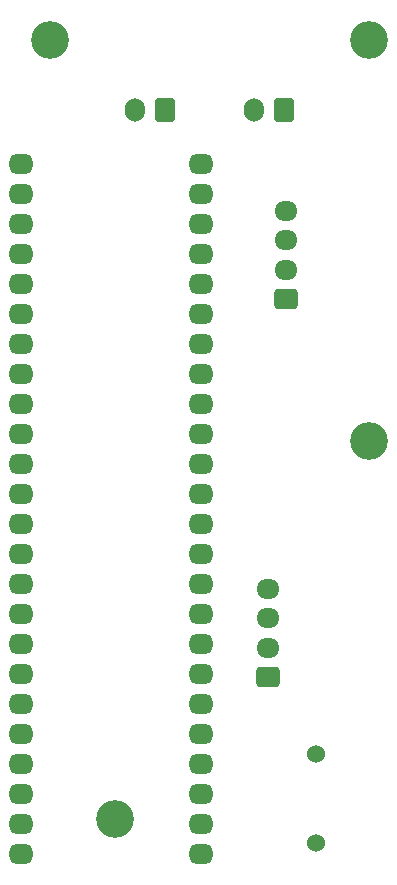
<source format=gbr>
%TF.GenerationSoftware,KiCad,Pcbnew,9.0.5*%
%TF.CreationDate,2025-11-17T23:00:25-05:00*%
%TF.ProjectId,RyanLing_Flight_Computer,5279616e-4c69-46e6-975f-466c69676874,rev?*%
%TF.SameCoordinates,Original*%
%TF.FileFunction,Soldermask,Bot*%
%TF.FilePolarity,Negative*%
%FSLAX46Y46*%
G04 Gerber Fmt 4.6, Leading zero omitted, Abs format (unit mm)*
G04 Created by KiCad (PCBNEW 9.0.5) date 2025-11-17 23:00:25*
%MOMM*%
%LPD*%
G01*
G04 APERTURE LIST*
G04 Aperture macros list*
%AMRoundRect*
0 Rectangle with rounded corners*
0 $1 Rounding radius*
0 $2 $3 $4 $5 $6 $7 $8 $9 X,Y pos of 4 corners*
0 Add a 4 corners polygon primitive as box body*
4,1,4,$2,$3,$4,$5,$6,$7,$8,$9,$2,$3,0*
0 Add four circle primitives for the rounded corners*
1,1,$1+$1,$2,$3*
1,1,$1+$1,$4,$5*
1,1,$1+$1,$6,$7*
1,1,$1+$1,$8,$9*
0 Add four rect primitives between the rounded corners*
20,1,$1+$1,$2,$3,$4,$5,0*
20,1,$1+$1,$4,$5,$6,$7,0*
20,1,$1+$1,$6,$7,$8,$9,0*
20,1,$1+$1,$8,$9,$2,$3,0*%
G04 Aperture macros list end*
%ADD10C,1.524000*%
%ADD11RoundRect,0.250000X0.600000X0.750000X-0.600000X0.750000X-0.600000X-0.750000X0.600000X-0.750000X0*%
%ADD12O,1.700000X2.000000*%
%ADD13C,3.200000*%
%ADD14RoundRect,0.656250X-0.343750X-0.218750X0.343750X-0.218750X0.343750X0.218750X-0.343750X0.218750X0*%
%ADD15RoundRect,0.250000X0.725000X-0.600000X0.725000X0.600000X-0.725000X0.600000X-0.725000X-0.600000X0*%
%ADD16O,1.950000X1.700000*%
G04 APERTURE END LIST*
D10*
%TO.C,BZ1*%
X151500000Y-99000000D03*
X151500000Y-91500000D03*
%TD*%
D11*
%TO.C,J2*%
X148805000Y-37000000D03*
D12*
X146305000Y-37000000D03*
%TD*%
D13*
%TO.C,H4*%
X134500000Y-97000000D03*
%TD*%
D14*
%TO.C,Teensy4.1*%
X126585000Y-44040000D03*
X126585000Y-46580000D03*
X126585000Y-49120000D03*
X126585000Y-51660000D03*
X126585000Y-77060000D03*
X141825000Y-46580000D03*
X126585000Y-54200000D03*
X126585000Y-56740000D03*
X141825000Y-41500000D03*
X126585000Y-59280000D03*
X126585000Y-61820000D03*
X126585000Y-64360000D03*
X126585000Y-66900000D03*
X126585000Y-69440000D03*
X126585000Y-71980000D03*
X126585000Y-74520000D03*
X141825000Y-74520000D03*
X141825000Y-71980000D03*
X141825000Y-69440000D03*
X141825000Y-66900000D03*
X141825000Y-64360000D03*
X141825000Y-61820000D03*
X141825000Y-59280000D03*
X141825000Y-56740000D03*
X141825000Y-54200000D03*
X141825000Y-51660000D03*
X141825000Y-49120000D03*
X126585000Y-79600000D03*
X126585000Y-82140000D03*
X126585000Y-84680000D03*
X126585000Y-87220000D03*
X126585000Y-89760000D03*
X126585000Y-92300000D03*
X126585000Y-94840000D03*
X126585000Y-97380000D03*
X126585000Y-99920000D03*
X141825000Y-99920000D03*
X141825000Y-97380000D03*
X141825000Y-94840000D03*
X141825000Y-92300000D03*
X141825000Y-89760000D03*
X141825000Y-87220000D03*
X141825000Y-84680000D03*
X141825000Y-82140000D03*
X141825000Y-79600000D03*
X126585000Y-41500000D03*
X141825000Y-44040000D03*
X141825000Y-77060000D03*
%TD*%
D13*
%TO.C,H1*%
X156000000Y-31000000D03*
%TD*%
D11*
%TO.C,J1*%
X138750000Y-36945000D03*
D12*
X136250000Y-36945000D03*
%TD*%
D13*
%TO.C,H2*%
X129000000Y-31000000D03*
%TD*%
%TO.C,H1*%
X156000000Y-65000000D03*
%TD*%
D15*
%TO.C,GPS1*%
X147500000Y-85000000D03*
D16*
X147500000Y-82500000D03*
X147500000Y-80000000D03*
X147500000Y-77500000D03*
%TD*%
D15*
%TO.C,Radio1*%
X149000000Y-53000000D03*
D16*
X149000000Y-50500000D03*
X149000000Y-48000000D03*
X149000000Y-45500000D03*
%TD*%
M02*

</source>
